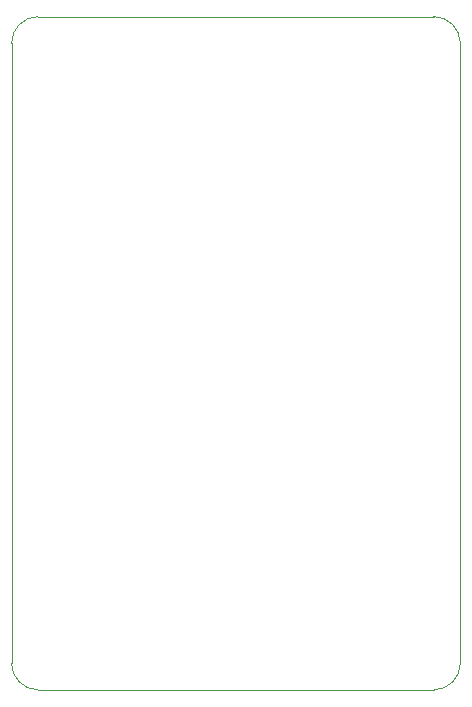
<source format=gbr>
%TF.GenerationSoftware,KiCad,Pcbnew,9.99.0-1490-gab75263b91*%
%TF.CreationDate,2025-06-04T22:15:06+10:00*%
%TF.ProjectId,energy_harvesting_board,656e6572-6779-45f6-9861-727665737469,rev?*%
%TF.SameCoordinates,Original*%
%TF.FileFunction,Profile,NP*%
%FSLAX46Y46*%
G04 Gerber Fmt 4.6, Leading zero omitted, Abs format (unit mm)*
G04 Created by KiCad (PCBNEW 9.99.0-1490-gab75263b91) date 2025-06-04 22:15:06*
%MOMM*%
%LPD*%
G01*
G04 APERTURE LIST*
%TA.AperFunction,Profile*%
%ADD10C,0.050000*%
%TD*%
G04 APERTURE END LIST*
D10*
X165251100Y-76503600D02*
X131751098Y-76503600D01*
X131751100Y-133503600D02*
X165251098Y-133503600D01*
X167501100Y-131253598D02*
G75*
G02*
X165251098Y-133503600I-2250000J-2D01*
G01*
X165251094Y-76503600D02*
X165251100Y-76503600D01*
X129501100Y-78753600D02*
X129501100Y-131253600D01*
X129501100Y-78753596D02*
X129501100Y-78753600D01*
X131751100Y-133503600D02*
G75*
G02*
X129501100Y-131253600I0J2250000D01*
G01*
X165251094Y-76503600D02*
G75*
G02*
X167501100Y-78753599I6J-2250000D01*
G01*
X167501100Y-131253598D02*
X167501100Y-131253600D01*
X129501100Y-78753596D02*
G75*
G02*
X131751098Y-76503600I2250000J-4D01*
G01*
X167501100Y-131253600D02*
X167501090Y-78753599D01*
M02*

</source>
